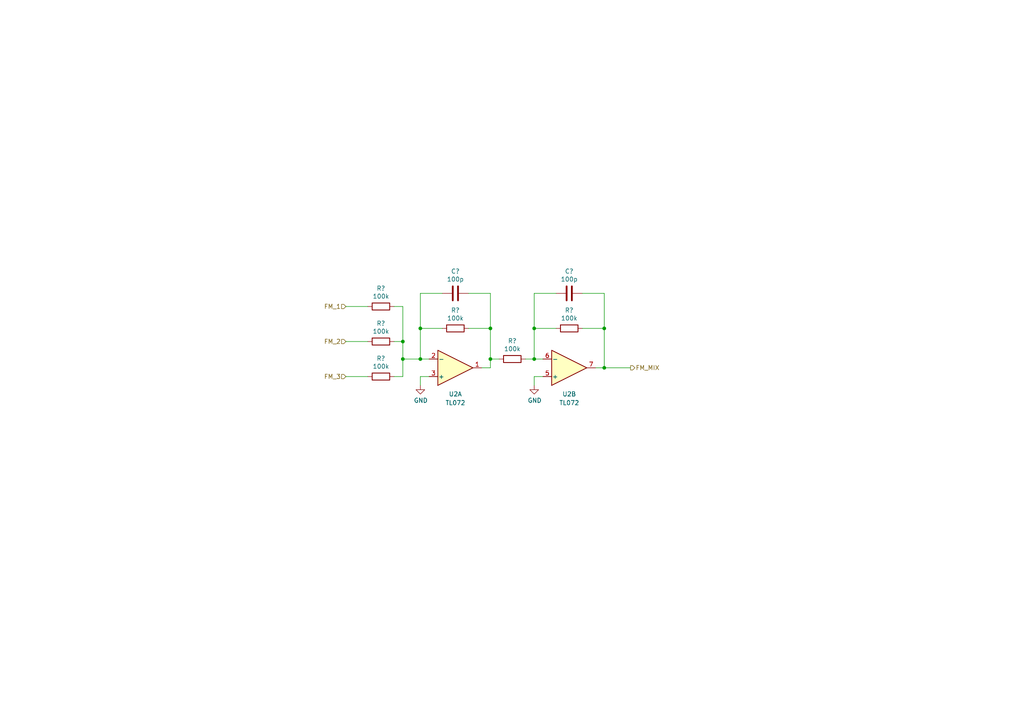
<source format=kicad_sch>
(kicad_sch (version 20230121) (generator eeschema)
  (paper "A4")
  (title_block (title "MICRO-OX Main VCO board") (date "2023-03-27") (rev "0") (comment 2 "creativecommons.org/licenses/by/4.0") (comment 3 "license: CC by 4.0") (comment 4 "Author: Jordan Aceto"))
  (lib_symbols
    (symbol "Amplifier_Operational:TL072" (pin_names (offset 0.127))
      (property "Reference" "U" (at 0 5.08 0))
      (property "Value" "TL072" (at 0 -5.08 0))
      (symbol "TL072_1_1"
        (polyline (pts (xy -5.08 5.08) (xy 5.08 0) (xy -5.08 -5.08) (xy -5.08 5.08)) (stroke (width 0.254)) (fill (type background)))
        (pin output line (at 7.62 0 180) (length 2.54) (name "~") (number "1"))
        (pin input line (at -7.62 -2.54 0) (length 2.54) (name "-") (number "2"))
        (pin input line (at -7.62 2.54 0) (length 2.54) (name "+") (number "3"))
      )
      (symbol "TL072_2_1"
        (polyline (pts (xy -5.08 5.08) (xy 5.08 0) (xy -5.08 -5.08) (xy -5.08 5.08)) (stroke (width 0.254)) (fill (type background)))
        (pin input line (at -7.62 2.54 0) (length 2.54) (name "+") (number "5"))
        (pin input line (at -7.62 -2.54 0) (length 2.54) (name "-") (number "6"))
        (pin output line (at 7.62 0 180) (length 2.54) (name "~") (number "7"))
      )
      (symbol "TL072_3_1"
        (pin power_in line (at -2.54 -7.62 90) (length 3.81) (name "V-") (number "4"))
        (pin power_in line (at -2.54 7.62 270) (length 3.81) (name "V+") (number "8"))
      )
    )
    (symbol "Device:C" (pin_numbers hide) (pin_names (offset 0.254))
      (property "Reference" "C" (at 0.635 2.54 0))
      (property "Value" "C" (at 0.635 -2.54 0))
      (symbol "C_0_1"
        (polyline (pts (xy -2.032 -0.762) (xy 2.032 -0.762)) (stroke (width 0.508)))
        (polyline (pts (xy -2.032 0.762) (xy 2.032 0.762)) (stroke (width 0.508)))
      )
      (symbol "C_1_1"
        (pin passive line (at 0 3.81 270) (length 2.794) (name "~") (number "1"))
        (pin passive line (at 0 -3.81 90) (length 2.794) (name "~") (number "2"))
      )
    )
    (symbol "Device:R" (pin_numbers hide) (pin_names (offset 0))
      (property "Reference" "R" (at 2.032 0 90))
      (property "Value" "R" (at 0 0 90))
      (symbol "R_0_1"
        (rectangle (start -1.016 -2.54) (end 1.016 2.54) (stroke (width 0.254)))
      )
      (symbol "R_1_1"
        (pin passive line (at 0 3.81 270) (length 1.27) (name "~") (number "1"))
        (pin passive line (at 0 -3.81 90) (length 1.27) (name "~") (number "2"))
      )
    )
    (symbol "power:GND" (power) (pin_names (offset 0))
      (property "Value" "GND" (at 0 -3.81 0))
      (symbol "GND_0_1"
        (polyline (pts (xy 0 0) (xy 0 -1.27) (xy 1.27 -1.27) (xy 0 -2.54) (xy -1.27 -1.27) (xy 0 -1.27)))
      )
      (symbol "GND_1_1"
        (pin power_in line (at 0 0 270) (length 0) hide (name "GND") (number "1"))
      )
    )
  )
  (junction (at 154.94 95.25))
  (junction (at 121.92 104.14))
  (junction (at 142.24 95.25))
  (junction (at 175.26 106.68))
  (junction (at 121.92 95.25))
  (junction (at 175.26 95.25))
  (junction (at 116.84 99.06))
  (junction (at 116.84 104.14))
  (junction (at 142.24 104.14))
  (junction (at 154.94 104.14))
  (wire (pts (xy 175.26 85.09) (xy 168.91 85.09)))
  (wire (pts (xy 121.92 111.76) (xy 121.92 109.22)))
  (wire (pts (xy 116.84 88.9) (xy 116.84 99.06)))
  (wire (pts (xy 114.3 88.9) (xy 116.84 88.9)))
  (wire (pts (xy 100.33 88.9) (xy 106.68 88.9)))
  (wire (pts (xy 172.72 106.68) (xy 175.26 106.68)))
  (wire (pts (xy 175.26 106.68) (xy 182.88 106.68)))
  (wire (pts (xy 142.24 104.14) (xy 144.78 104.14)))
  (wire (pts (xy 168.91 95.25) (xy 175.26 95.25)))
  (wire (pts (xy 154.94 109.22) (xy 157.48 109.22)))
  (wire (pts (xy 154.94 85.09) (xy 161.29 85.09)))
  (wire (pts (xy 157.48 104.14) (xy 154.94 104.14)))
  (wire (pts (xy 121.92 109.22) (xy 124.46 109.22)))
  (wire (pts (xy 161.29 95.25) (xy 154.94 95.25)))
  (wire (pts (xy 152.4 104.14) (xy 154.94 104.14)))
  (wire (pts (xy 114.3 99.06) (xy 116.84 99.06)))
  (wire (pts (xy 135.89 95.25) (xy 142.24 95.25)))
  (wire (pts (xy 100.33 109.22) (xy 106.68 109.22)))
  (wire (pts (xy 121.92 104.14) (xy 116.84 104.14)))
  (wire (pts (xy 116.84 109.22) (xy 114.3 109.22)))
  (wire (pts (xy 124.46 104.14) (xy 121.92 104.14)))
  (wire (pts (xy 142.24 104.14) (xy 142.24 106.68)))
  (wire (pts (xy 142.24 95.25) (xy 142.24 104.14)))
  (wire (pts (xy 175.26 95.25) (xy 175.26 85.09)))
  (wire (pts (xy 175.26 95.25) (xy 175.26 106.68)))
  (wire (pts (xy 121.92 104.14) (xy 121.92 95.25)))
  (wire (pts (xy 139.7 106.68) (xy 142.24 106.68)))
  (wire (pts (xy 128.27 95.25) (xy 121.92 95.25)))
  (wire (pts (xy 100.33 99.06) (xy 106.68 99.06)))
  (wire (pts (xy 142.24 95.25) (xy 142.24 85.09)))
  (wire (pts (xy 154.94 85.09) (xy 154.94 95.25)))
  (wire (pts (xy 142.24 85.09) (xy 135.89 85.09)))
  (wire (pts (xy 116.84 104.14) (xy 116.84 109.22)))
  (wire (pts (xy 121.92 85.09) (xy 121.92 95.25)))
  (wire (pts (xy 116.84 99.06) (xy 116.84 104.14)))
  (wire (pts (xy 121.92 85.09) (xy 128.27 85.09)))
  (wire (pts (xy 154.94 111.76) (xy 154.94 109.22)))
  (wire (pts (xy 154.94 104.14) (xy 154.94 95.25)))
  (hierarchical_label "FM_2" (shape input) (at 100.33 99.06 180))
  (hierarchical_label "FM_1" (shape input) (at 100.33 88.9 180))
  (hierarchical_label "FM_MIX" (shape output) (at 182.88 106.68 0))
  (hierarchical_label "FM_3" (shape input) (at 100.33 109.22 180))
  (symbol (lib_id "Device:R") (at 132.08 95.25 270) (unit 1)
    (property "Reference" "R?" (at 132.08 89.9922 90))
    (property "Value" "100k" (at 132.08 92.3036 90))
    (property "Footprint" "Resistor_SMD:R_0603_1608Metric" (effects hide))
    (instances (project "main_VCO_board" (path "" (reference "R?") (unit 1)) (path "" (reference "R504") (unit 1))))
  )
  (symbol (lib_id "Device:C") (at 165.1 85.09 270) (unit 1)
    (property "Reference" "C?" (at 165.1 78.6892 90))
    (property "Value" "100p" (at 165.1 81.0006 90))
    (property "Footprint" "Capacitor_SMD:C_0603_1608Metric" (effects hide))
    (instances (project "main_VCO_board" (path "" (reference "C?") (unit 1)) (path "" (reference "C502") (unit 1))))
  )
  (symbol (lib_id "Device:R") (at 110.49 99.06 270) (unit 1)
    (property "Reference" "R?" (at 110.49 93.8022 90))
    (property "Value" "100k" (at 110.49 96.1136 90))
    (property "Footprint" "Resistor_SMD:R_0603_1608Metric" (effects hide))
    (instances (project "main_VCO_board" (path "" (reference "R?") (unit 1)) (path "" (reference "R502") (unit 1))))
  )
  (symbol (lib_id "Amplifier_Operational:TL072") (at 165.1 106.68 0) (mirror x) (unit 2)
    (property "Reference" "U2" (at 165.1 114.3 0))
    (property "Value" "TL072" (at 165.1 116.84 0))
    (property "Footprint" "Package_SO:SOIC-8_3.9x4.9mm_P1.27mm" (effects hide))
    (property "Datasheet" "http://www.ti.com/lit/ds/symlink/tl071.pdf" (effects hide))
  )
  (symbol (lib_id "power:GND") (at 121.92 111.76 0) (unit 1)
    (property "Reference" "#PWR01" (effects hide))
    (property "Value" "~" (at 122.047 116.1542 0))
    (instances (project "main_VCO_board" (path "" (reference "#PWR01") (unit 1)) (path "" (reference "#PWR0501") (unit 1))))
  )
  (symbol (lib_id "Device:R") (at 148.59 104.14 270) (unit 1)
    (property "Reference" "R?" (at 148.59 98.8822 90))
    (property "Value" "100k" (at 148.59 101.1936 90))
    (property "Footprint" "Resistor_SMD:R_0603_1608Metric" (effects hide))
    (instances (project "main_VCO_board" (path "" (reference "R?") (unit 1)) (path "" (reference "R505") (unit 1))))
  )
  (symbol (lib_id "power:GND") (at 154.94 111.76 0) (unit 1)
    (property "Reference" "#PWR01" (effects hide))
    (property "Value" "~" (at 155.067 116.1542 0))
    (instances (project "main_VCO_board" (path "" (reference "#PWR01") (unit 1)) (path "" (reference "#PWR0502") (unit 1))))
  )
  (symbol (lib_id "Device:R") (at 110.49 88.9 270) (unit 1)
    (property "Reference" "R?" (at 110.49 83.6422 90))
    (property "Value" "100k" (at 110.49 85.9536 90))
    (property "Footprint" "Resistor_SMD:R_0603_1608Metric" (effects hide))
    (instances (project "main_VCO_board" (path "" (reference "R?") (unit 1)) (path "" (reference "R501") (unit 1))))
  )
  (symbol (lib_id "Device:R") (at 110.49 109.22 270) (unit 1)
    (property "Reference" "R?" (at 110.49 103.9622 90))
    (property "Value" "100k" (at 110.49 106.2736 90))
    (property "Footprint" "Resistor_SMD:R_0603_1608Metric" (effects hide))
    (instances (project "main_VCO_board" (path "" (reference "R?") (unit 1)) (path "" (reference "R503") (unit 1))))
  )
  (symbol (lib_id "Device:C") (at 132.08 85.09 270) (unit 1)
    (property "Reference" "C?" (at 132.08 78.6892 90))
    (property "Value" "100p" (at 132.08 81.0006 90))
    (property "Footprint" "Capacitor_SMD:C_0603_1608Metric" (effects hide))
    (instances (project "main_VCO_board" (path "" (reference "C?") (unit 1)) (path "" (reference "C501") (unit 1))))
  )
  (symbol (lib_id "Amplifier_Operational:TL072") (at 132.08 106.68 0) (mirror x) (unit 1)
    (property "Reference" "U2" (at 132.08 114.3 0))
    (property "Value" "TL072" (at 132.08 116.84 0))
    (property "Footprint" "Package_SO:SOIC-8_3.9x4.9mm_P1.27mm" (effects hide))
    (property "Datasheet" "http://www.ti.com/lit/ds/symlink/tl071.pdf" (effects hide))
  )
  (symbol (lib_id "Device:R") (at 165.1 95.25 270) (unit 1)
    (property "Reference" "R?" (at 165.1 89.9922 90))
    (property "Value" "100k" (at 165.1 92.3036 90))
    (property "Footprint" "Resistor_SMD:R_0603_1608Metric" (effects hide))
    (instances (project "main_VCO_board" (path "" (reference "R?") (unit 1)) (path "" (reference "R506") (unit 1))))
  )
)
</source>
